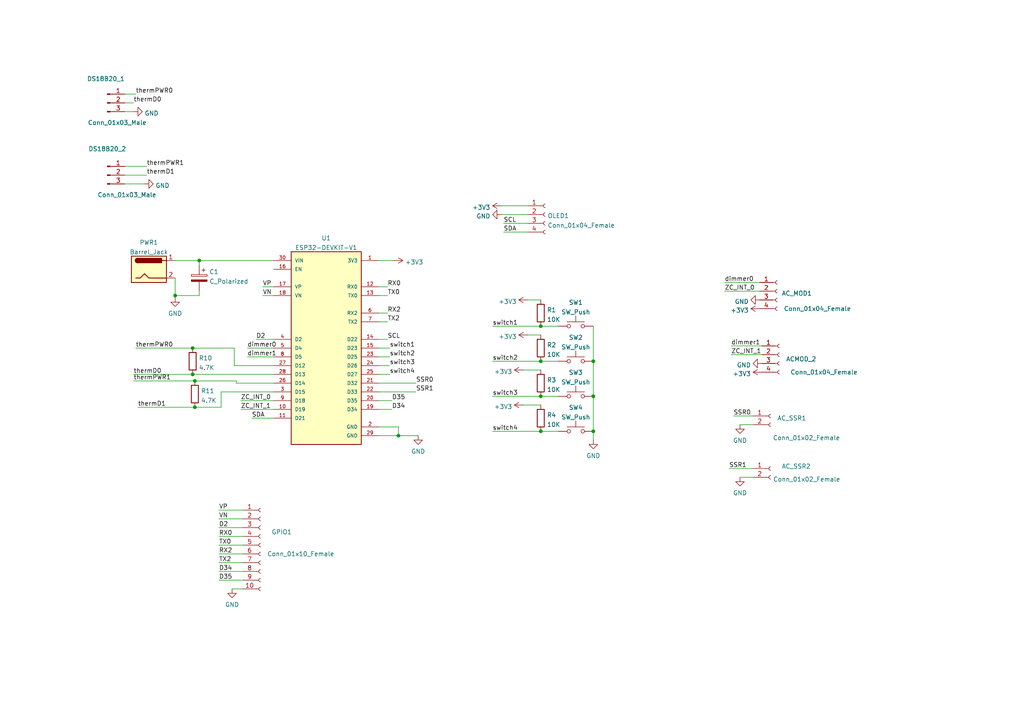
<source format=kicad_sch>
(kicad_sch (version 20211123) (generator eeschema)
  (paper "A4")
  (lib_symbols
    (symbol "Connector:Barrel_Jack" (pin_names (offset 1.016))
      (property "Reference" "J" (at 0 5.334 0))
      (property "Value" "Barrel_Jack" (at 0 -5.08 0))
      (symbol "Barrel_Jack_0_1"
        (rectangle (start -5.08 3.81) (end 5.08 -3.81) (stroke (width 0.254)) (fill (type background)))
        (arc (start -3.302 3.175) (mid -3.937 2.54) (end -3.302 1.905) (stroke (width 0.254)))
        (arc (start -3.302 3.175) (mid -3.937 2.54) (end -3.302 1.905) (stroke (width 0.254)) (fill (type outline)))
        (polyline (pts (xy 5.08 2.54) (xy 3.81 2.54)) (stroke (width 0.254)))
        (polyline (pts (xy -3.81 -2.54) (xy -2.54 -2.54) (xy -1.27 -1.27) (xy 0 -2.54) (xy 2.54 -2.54) (xy 5.08 -2.54)) (stroke (width 0.254)))
        (rectangle (start 3.683 3.175) (end -3.302 1.905) (stroke (width 0.254)) (fill (type outline)))
      )
      (symbol "Barrel_Jack_1_1"
        (pin passive line (at 7.62 2.54 180) (length 2.54) (name "~") (number "1"))
        (pin passive line (at 7.62 -2.54 180) (length 2.54) (name "~") (number "2"))
      )
    )
    (symbol "Connector:Conn_01x02_Female" (pin_names (offset 1.016) hide)
      (property "Reference" "J" (at 0 2.54 0))
      (property "Value" "Conn_01x02_Female" (at 0 -5.08 0))
      (symbol "Conn_01x02_Female_1_1"
        (arc (start 0 -2.032) (mid -0.508 -2.54) (end 0 -3.048) (stroke (width 0.1524)))
        (polyline (pts (xy -1.27 -2.54) (xy -0.508 -2.54)) (stroke (width 0.1524)))
        (polyline (pts (xy -1.27 0) (xy -0.508 0)) (stroke (width 0.1524)))
        (arc (start 0 0.508) (mid -0.508 0) (end 0 -0.508) (stroke (width 0.1524)))
        (pin passive line (at -5.08 0 0) (length 3.81) (name "Pin_1") (number "1"))
        (pin passive line (at -5.08 -2.54 0) (length 3.81) (name "Pin_2") (number "2"))
      )
    )
    (symbol "Connector:Conn_01x03_Male" (pin_names (offset 1.016) hide)
      (property "Reference" "J" (at 0 5.08 0))
      (property "Value" "Conn_01x03_Male" (at 0 -5.08 0))
      (symbol "Conn_01x03_Male_1_1"
        (polyline (pts (xy 1.27 -2.54) (xy 0.8636 -2.54)) (stroke (width 0.1524)))
        (polyline (pts (xy 1.27 0) (xy 0.8636 0)) (stroke (width 0.1524)))
        (polyline (pts (xy 1.27 2.54) (xy 0.8636 2.54)) (stroke (width 0.1524)))
        (rectangle (start 0.8636 -2.413) (end 0 -2.667) (stroke (width 0.1524)) (fill (type outline)))
        (rectangle (start 0.8636 0.127) (end 0 -0.127) (stroke (width 0.1524)) (fill (type outline)))
        (rectangle (start 0.8636 2.667) (end 0 2.413) (stroke (width 0.1524)) (fill (type outline)))
        (pin passive line (at 5.08 2.54 180) (length 3.81) (name "Pin_1") (number "1"))
        (pin passive line (at 5.08 0 180) (length 3.81) (name "Pin_2") (number "2"))
        (pin passive line (at 5.08 -2.54 180) (length 3.81) (name "Pin_3") (number "3"))
      )
    )
    (symbol "Connector:Conn_01x04_Female" (pin_names (offset 1.016) hide)
      (property "Reference" "J" (at 0 5.08 0))
      (property "Value" "Conn_01x04_Female" (at 0 -7.62 0))
      (symbol "Conn_01x04_Female_1_1"
        (arc (start 0 -4.572) (mid -0.508 -5.08) (end 0 -5.588) (stroke (width 0.1524)))
        (arc (start 0 -2.032) (mid -0.508 -2.54) (end 0 -3.048) (stroke (width 0.1524)))
        (polyline (pts (xy -1.27 -5.08) (xy -0.508 -5.08)) (stroke (width 0.1524)))
        (polyline (pts (xy -1.27 -2.54) (xy -0.508 -2.54)) (stroke (width 0.1524)))
        (polyline (pts (xy -1.27 0) (xy -0.508 0)) (stroke (width 0.1524)))
        (polyline (pts (xy -1.27 2.54) (xy -0.508 2.54)) (stroke (width 0.1524)))
        (arc (start 0 0.508) (mid -0.508 0) (end 0 -0.508) (stroke (width 0.1524)))
        (arc (start 0 3.048) (mid -0.508 2.54) (end 0 2.032) (stroke (width 0.1524)))
        (pin passive line (at -5.08 2.54 0) (length 3.81) (name "Pin_1") (number "1"))
        (pin passive line (at -5.08 0 0) (length 3.81) (name "Pin_2") (number "2"))
        (pin passive line (at -5.08 -2.54 0) (length 3.81) (name "Pin_3") (number "3"))
        (pin passive line (at -5.08 -5.08 0) (length 3.81) (name "Pin_4") (number "4"))
      )
    )
    (symbol "Connector:Conn_01x10_Female" (pin_names (offset 1.016) hide)
      (property "Reference" "J" (at 0 12.7 0))
      (property "Value" "Conn_01x10_Female" (at 0 -15.24 0))
      (symbol "Conn_01x10_Female_1_1"
        (arc (start 0 -12.192) (mid -0.508 -12.7) (end 0 -13.208) (stroke (width 0.1524)))
        (arc (start 0 -9.652) (mid -0.508 -10.16) (end 0 -10.668) (stroke (width 0.1524)))
        (arc (start 0 -7.112) (mid -0.508 -7.62) (end 0 -8.128) (stroke (width 0.1524)))
        (arc (start 0 -4.572) (mid -0.508 -5.08) (end 0 -5.588) (stroke (width 0.1524)))
        (arc (start 0 -2.032) (mid -0.508 -2.54) (end 0 -3.048) (stroke (width 0.1524)))
        (polyline (pts (xy -1.27 -12.7) (xy -0.508 -12.7)) (stroke (width 0.1524)))
        (polyline (pts (xy -1.27 -10.16) (xy -0.508 -10.16)) (stroke (width 0.1524)))
        (polyline (pts (xy -1.27 -7.62) (xy -0.508 -7.62)) (stroke (width 0.1524)))
        (polyline (pts (xy -1.27 -5.08) (xy -0.508 -5.08)) (stroke (width 0.1524)))
        (polyline (pts (xy -1.27 -2.54) (xy -0.508 -2.54)) (stroke (width 0.1524)))
        (polyline (pts (xy -1.27 0) (xy -0.508 0)) (stroke (width 0.1524)))
        (polyline (pts (xy -1.27 2.54) (xy -0.508 2.54)) (stroke (width 0.1524)))
        (polyline (pts (xy -1.27 5.08) (xy -0.508 5.08)) (stroke (width 0.1524)))
        (polyline (pts (xy -1.27 7.62) (xy -0.508 7.62)) (stroke (width 0.1524)))
        (polyline (pts (xy -1.27 10.16) (xy -0.508 10.16)) (stroke (width 0.1524)))
        (arc (start 0 0.508) (mid -0.508 0) (end 0 -0.508) (stroke (width 0.1524)))
        (arc (start 0 3.048) (mid -0.508 2.54) (end 0 2.032) (stroke (width 0.1524)))
        (arc (start 0 5.588) (mid -0.508 5.08) (end 0 4.572) (stroke (width 0.1524)))
        (arc (start 0 8.128) (mid -0.508 7.62) (end 0 7.112) (stroke (width 0.1524)))
        (arc (start 0 10.668) (mid -0.508 10.16) (end 0 9.652) (stroke (width 0.1524)))
        (pin passive line (at -5.08 10.16 0) (length 3.81) (name "Pin_1") (number "1"))
        (pin passive line (at -5.08 -12.7 0) (length 3.81) (name "Pin_10") (number "10"))
        (pin passive line (at -5.08 7.62 0) (length 3.81) (name "Pin_2") (number "2"))
        (pin passive line (at -5.08 5.08 0) (length 3.81) (name "Pin_3") (number "3"))
        (pin passive line (at -5.08 2.54 0) (length 3.81) (name "Pin_4") (number "4"))
        (pin passive line (at -5.08 0 0) (length 3.81) (name "Pin_5") (number "5"))
        (pin passive line (at -5.08 -2.54 0) (length 3.81) (name "Pin_6") (number "6"))
        (pin passive line (at -5.08 -5.08 0) (length 3.81) (name "Pin_7") (number "7"))
        (pin passive line (at -5.08 -7.62 0) (length 3.81) (name "Pin_8") (number "8"))
        (pin passive line (at -5.08 -10.16 0) (length 3.81) (name "Pin_9") (number "9"))
      )
    )
    (symbol "Device:C_Polarized" (pin_numbers hide) (pin_names (offset 0.254))
      (property "Reference" "C" (at 0.635 2.54 0))
      (property "Value" "C_Polarized" (at 0.635 -2.54 0))
      (symbol "C_Polarized_0_1"
        (rectangle (start -2.286 0.508) (end 2.286 1.016))
        (polyline (pts (xy -1.778 2.286) (xy -0.762 2.286)))
        (polyline (pts (xy -1.27 2.794) (xy -1.27 1.778)))
        (rectangle (start 2.286 -0.508) (end -2.286 -1.016) (fill (type outline)))
      )
      (symbol "C_Polarized_1_1"
        (pin passive line (at 0 3.81 270) (length 2.794) (name "~") (number "1"))
        (pin passive line (at 0 -3.81 90) (length 2.794) (name "~") (number "2"))
      )
    )
    (symbol "Device:R" (pin_numbers hide) (pin_names (offset 0))
      (property "Reference" "R" (at 2.032 0 90))
      (property "Value" "R" (at 0 0 90))
      (symbol "R_0_1"
        (rectangle (start -1.016 -2.54) (end 1.016 2.54) (stroke (width 0.254)))
      )
      (symbol "R_1_1"
        (pin passive line (at 0 3.81 270) (length 1.27) (name "~") (number "1"))
        (pin passive line (at 0 -3.81 90) (length 1.27) (name "~") (number "2"))
      )
    )
    (symbol "ESP32-DEVKIT-V1:ESP32-DEVKIT-V1" (pin_names (offset 1.016))
      (property "Reference" "U1" (at 0 31.9065 0))
      (property "Value" "ESP32-DEVKIT-V1" (at 0 29.1314 0))
      (symbol "ESP32-DEVKIT-V1_0_0"
        (rectangle (start -10.16 -27.94) (end 10.16 27.94) (stroke (width 0.254)) (fill (type background)))
        (pin output line (at 15.24 25.4 180) (length 5.08) (name "3V3") (number "1"))
        (pin bidirectional line (at -15.24 -17.78 0) (length 5.08) (name "D19") (number "10"))
        (pin bidirectional line (at -15.24 -20.32 0) (length 5.08) (name "D21") (number "11"))
        (pin input line (at 15.24 17.78 180) (length 5.08) (name "RX0") (number "12"))
        (pin output line (at 15.24 15.24 180) (length 5.08) (name "TX0") (number "13"))
        (pin bidirectional line (at 15.24 2.54 180) (length 5.08) (name "D22") (number "14"))
        (pin bidirectional line (at 15.24 0 180) (length 5.08) (name "D23") (number "15"))
        (pin input line (at -15.24 22.86 0) (length 5.08) (name "EN") (number "16"))
        (pin bidirectional line (at -15.24 17.78 0) (length 5.08) (name "VP") (number "17"))
        (pin bidirectional line (at -15.24 15.24 0) (length 5.08) (name "VN") (number "18"))
        (pin bidirectional line (at 15.24 -17.78 180) (length 5.08) (name "D34") (number "19"))
        (pin power_in line (at 15.24 -22.86 180) (length 5.08) (name "GND") (number "2"))
        (pin bidirectional line (at 15.24 -15.24 180) (length 5.08) (name "D35") (number "20"))
        (pin bidirectional line (at 15.24 -10.16 180) (length 5.08) (name "D32") (number "21"))
        (pin bidirectional line (at 15.24 -12.7 180) (length 5.08) (name "D33") (number "22"))
        (pin bidirectional line (at 15.24 -2.54 180) (length 5.08) (name "D25") (number "23"))
        (pin bidirectional line (at 15.24 -5.08 180) (length 5.08) (name "D26") (number "24"))
        (pin bidirectional line (at 15.24 -7.62 180) (length 5.08) (name "D27") (number "25"))
        (pin bidirectional line (at -15.24 -10.16 0) (length 5.08) (name "D14") (number "26"))
        (pin bidirectional line (at -15.24 -5.08 0) (length 5.08) (name "D12") (number "27"))
        (pin bidirectional line (at -15.24 -7.62 0) (length 5.08) (name "D13") (number "28"))
        (pin power_in line (at 15.24 -25.4 180) (length 5.08) (name "GND") (number "29"))
        (pin bidirectional line (at -15.24 -12.7 0) (length 5.08) (name "D15") (number "3"))
        (pin input line (at -15.24 25.4 0) (length 5.08) (name "VIN") (number "30"))
        (pin bidirectional line (at -15.24 2.54 0) (length 5.08) (name "D2") (number "4"))
        (pin bidirectional line (at -15.24 0 0) (length 5.08) (name "D4") (number "5"))
        (pin input line (at 15.24 10.16 180) (length 5.08) (name "RX2") (number "6"))
        (pin output line (at 15.24 7.62 180) (length 5.08) (name "TX2") (number "7"))
        (pin bidirectional line (at -15.24 -2.54 0) (length 5.08) (name "D5") (number "8"))
        (pin bidirectional line (at -15.24 -15.24 0) (length 5.08) (name "D18") (number "9"))
      )
    )
    (symbol "Switch:SW_Push" (pin_numbers hide) (pin_names (offset 1.016) hide)
      (property "Reference" "SW" (at 1.27 2.54 0))
      (property "Value" "SW_Push" (at 0 -1.524 0))
      (symbol "SW_Push_0_1"
        (circle (center -2.032 0) (radius 0.508))
        (polyline (pts (xy 0 1.27) (xy 0 3.048)))
        (polyline (pts (xy 2.54 1.27) (xy -2.54 1.27)))
        (circle (center 2.032 0) (radius 0.508))
        (pin passive line (at -5.08 0 0) (length 2.54) (name "1") (number "1"))
        (pin passive line (at 5.08 0 180) (length 2.54) (name "2") (number "2"))
      )
    )
    (symbol "power:+3V3" (power) (pin_names (offset 0))
      (property "Value" "+3V3" (at 0 3.556 0))
      (symbol "+3V3_0_1"
        (polyline (pts (xy -0.762 1.27) (xy 0 2.54)))
        (polyline (pts (xy 0 0) (xy 0 2.54)))
        (polyline (pts (xy 0 2.54) (xy 0.762 1.27)))
      )
      (symbol "+3V3_1_1"
        (pin power_in line (at 0 0 90) (length 0) hide (name "+3V3") (number "1"))
      )
    )
    (symbol "power:GND" (power) (pin_names (offset 0))
      (property "Value" "GND" (at 0 -3.81 0))
      (symbol "GND_0_1"
        (polyline (pts (xy 0 0) (xy 0 -1.27) (xy 1.27 -1.27) (xy 0 -2.54) (xy -1.27 -1.27) (xy 0 -1.27)))
      )
      (symbol "GND_1_1"
        (pin power_in line (at 0 0 270) (length 0) hide (name "GND") (number "1"))
      )
    )
  )
  (junction (at 55.88 108.585))
  (junction (at 172.085 114.935))
  (junction (at 50.8 85.725))
  (junction (at 115.57 126.365))
  (junction (at 156.845 104.775))
  (junction (at 55.88 100.965))
  (junction (at 56.515 110.49))
  (junction (at 172.085 125.095))
  (junction (at 156.845 114.935))
  (junction (at 156.845 125.095))
  (junction (at 172.085 104.775))
  (junction (at 56.515 118.11))
  (junction (at 57.785 75.565))
  (junction (at 156.845 94.615))
  (wire (pts (xy 113.03 108.585) (xy 109.855 108.585)))
  (wire (pts (xy 55.88 108.585) (xy 79.375 108.585)))
  (wire (pts (xy 63.5 150.495) (xy 70.485 150.495)))
  (wire (pts (xy 113.03 106.045) (xy 109.855 106.045)))
  (wire (pts (xy 145.415 62.23) (xy 153.035 62.23)))
  (wire (pts (xy 172.085 94.615) (xy 172.085 104.775)))
  (wire (pts (xy 69.85 118.745) (xy 79.375 118.745)))
  (wire (pts (xy 76.2 83.185) (xy 79.375 83.185)))
  (wire (pts (xy 121.285 126.365) (xy 115.57 126.365)))
  (wire (pts (xy 120.65 111.125) (xy 109.855 111.125)))
  (wire (pts (xy 57.785 85.725) (xy 50.8 85.725)))
  (wire (pts (xy 50.8 85.725) (xy 50.8 80.645)))
  (wire (pts (xy 67.31 170.815) (xy 70.485 170.815)))
  (wire (pts (xy 112.395 90.805) (xy 109.855 90.805)))
  (wire (pts (xy 38.735 29.845) (xy 36.195 29.845)))
  (wire (pts (xy 55.88 100.965) (xy 67.945 100.965)))
  (wire (pts (xy 39.37 27.305) (xy 36.195 27.305)))
  (wire (pts (xy 42.545 48.26) (xy 36.195 48.26)))
  (wire (pts (xy 156.845 104.775) (xy 161.925 104.775)))
  (wire (pts (xy 113.665 116.205) (xy 109.855 116.205)))
  (wire (pts (xy 113.03 100.965) (xy 109.855 100.965)))
  (wire (pts (xy 63.5 168.275) (xy 70.485 168.275)))
  (wire (pts (xy 41.91 53.34) (xy 36.195 53.34)))
  (wire (pts (xy 214.63 123.19) (xy 218.44 123.19)))
  (wire (pts (xy 112.395 83.185) (xy 109.855 83.185)))
  (wire (pts (xy 63.5 160.655) (xy 70.485 160.655)))
  (wire (pts (xy 56.515 110.49) (xy 68.58 110.49)))
  (wire (pts (xy 156.845 114.935) (xy 161.925 114.935)))
  (wire (pts (xy 57.785 75.565) (xy 79.375 75.565)))
  (wire (pts (xy 115.57 126.365) (xy 109.855 126.365)))
  (wire (pts (xy 40.005 118.11) (xy 56.515 118.11)))
  (wire (pts (xy 146.05 64.77) (xy 153.035 64.77)))
  (wire (pts (xy 115.57 123.825) (xy 115.57 126.365)))
  (wire (pts (xy 64.135 113.665) (xy 64.135 118.11)))
  (wire (pts (xy 63.5 163.195) (xy 70.485 163.195)))
  (wire (pts (xy 50.8 75.565) (xy 57.785 75.565)))
  (wire (pts (xy 69.85 116.205) (xy 79.375 116.205)))
  (wire (pts (xy 156.845 114.935) (xy 142.875 114.935)))
  (wire (pts (xy 156.845 94.615) (xy 161.925 94.615)))
  (wire (pts (xy 63.5 155.575) (xy 70.485 155.575)))
  (wire (pts (xy 153.035 97.155) (xy 156.845 97.155)))
  (wire (pts (xy 38.735 110.49) (xy 56.515 110.49)))
  (wire (pts (xy 63.5 153.035) (xy 70.485 153.035)))
  (wire (pts (xy 63.5 147.955) (xy 70.485 147.955)))
  (wire (pts (xy 212.09 102.87) (xy 220.98 102.87)))
  (wire (pts (xy 79.375 106.045) (xy 67.945 106.045)))
  (wire (pts (xy 172.085 104.775) (xy 172.085 114.935)))
  (wire (pts (xy 172.085 114.935) (xy 172.085 125.095)))
  (wire (pts (xy 109.855 123.825) (xy 115.57 123.825)))
  (wire (pts (xy 68.58 111.125) (xy 68.58 110.49)))
  (wire (pts (xy 50.8 86.36) (xy 50.8 85.725)))
  (wire (pts (xy 156.845 125.095) (xy 161.925 125.095)))
  (wire (pts (xy 153.035 86.995) (xy 156.845 86.995)))
  (wire (pts (xy 114.3 75.565) (xy 109.855 75.565)))
  (wire (pts (xy 38.735 32.385) (xy 36.195 32.385)))
  (wire (pts (xy 42.545 50.8) (xy 36.195 50.8)))
  (wire (pts (xy 74.295 98.425) (xy 79.375 98.425)))
  (wire (pts (xy 146.05 67.31) (xy 153.035 67.31)))
  (wire (pts (xy 112.395 85.725) (xy 109.855 85.725)))
  (wire (pts (xy 142.875 125.095) (xy 156.845 125.095)))
  (wire (pts (xy 63.5 158.115) (xy 70.485 158.115)))
  (wire (pts (xy 156.845 104.775) (xy 142.875 104.775)))
  (wire (pts (xy 113.03 103.505) (xy 109.855 103.505)))
  (wire (pts (xy 73.025 121.285) (xy 79.375 121.285)))
  (wire (pts (xy 212.09 100.33) (xy 220.98 100.33)))
  (wire (pts (xy 67.945 106.045) (xy 67.945 100.965)))
  (wire (pts (xy 38.735 108.585) (xy 55.88 108.585)))
  (wire (pts (xy 57.785 75.565) (xy 57.785 76.835)))
  (wire (pts (xy 79.375 111.125) (xy 68.58 111.125)))
  (wire (pts (xy 76.2 85.725) (xy 79.375 85.725)))
  (wire (pts (xy 214.63 138.43) (xy 218.44 138.43)))
  (wire (pts (xy 145.415 59.69) (xy 153.035 59.69)))
  (wire (pts (xy 212.725 120.65) (xy 218.44 120.65)))
  (wire (pts (xy 79.375 113.665) (xy 64.135 113.665)))
  (wire (pts (xy 113.665 118.745) (xy 109.855 118.745)))
  (wire (pts (xy 120.65 113.665) (xy 109.855 113.665)))
  (wire (pts (xy 109.855 98.425) (xy 112.395 98.425)))
  (wire (pts (xy 71.755 103.505) (xy 79.375 103.505)))
  (wire (pts (xy 63.5 165.735) (xy 70.485 165.735)))
  (wire (pts (xy 210.185 84.455) (xy 220.345 84.455)))
  (wire (pts (xy 57.785 84.455) (xy 57.785 85.725)))
  (wire (pts (xy 151.765 117.475) (xy 156.845 117.475)))
  (wire (pts (xy 156.845 94.615) (xy 142.875 94.615)))
  (wire (pts (xy 211.455 135.89) (xy 218.44 135.89)))
  (wire (pts (xy 39.37 100.965) (xy 55.88 100.965)))
  (wire (pts (xy 112.395 93.345) (xy 109.855 93.345)))
  (wire (pts (xy 56.515 118.11) (xy 64.135 118.11)))
  (wire (pts (xy 172.085 125.095) (xy 172.085 127.635)))
  (wire (pts (xy 71.755 100.965) (xy 79.375 100.965)))
  (wire (pts (xy 151.765 107.315) (xy 156.845 107.315)))
  (wire (pts (xy 210.185 81.915) (xy 220.345 81.915)))
  (label "SCL" (at 112.395 98.425 0))
  (label "RX0" (at 63.5 155.575 0))
  (label "TX2" (at 63.5 163.195 0))
  (label "VP" (at 76.2 83.185 0))
  (label "switch4" (at 142.875 125.095 0))
  (label "thermD1" (at 42.545 50.8 0))
  (label "D2" (at 74.295 98.425 0))
  (label "switch4" (at 113.03 108.585 0))
  (label "ZC_INT_1" (at 212.09 102.87 0))
  (label "switch2" (at 142.875 104.775 0))
  (label "SSR0" (at 120.65 111.125 0))
  (label "thermD1" (at 40.005 118.11 0))
  (label "switch3" (at 142.875 114.935 0))
  (label "thermD0" (at 38.735 108.585 0))
  (label "thermPWR0" (at 39.37 27.305 0))
  (label "ZC_INT_0" (at 69.85 116.205 0))
  (label "switch3" (at 113.03 106.045 0))
  (label "SCL" (at 146.05 64.77 0))
  (label "TX0" (at 63.5 158.115 0))
  (label "VN" (at 76.2 85.725 0))
  (label "thermPWR0" (at 39.37 100.965 0))
  (label "D35" (at 63.5 168.275 0))
  (label "TX2" (at 112.395 93.345 0))
  (label "TX0" (at 112.395 85.725 0))
  (label "ZC_INT_0" (at 210.185 84.455 0))
  (label "switch1" (at 142.875 94.615 0))
  (label "D35" (at 113.665 116.205 0))
  (label "switch1" (at 113.03 100.965 0))
  (label "thermD0" (at 38.735 29.845 0))
  (label "dimmer1" (at 212.09 100.33 0))
  (label "SDA" (at 146.05 67.31 0))
  (label "SSR1" (at 120.65 113.665 0))
  (label "dimmer1" (at 71.755 103.505 0))
  (label "VP" (at 63.5 147.955 0))
  (label "thermPWR1" (at 42.545 48.26 0))
  (label "thermPWR1" (at 38.735 110.49 0))
  (label "VN" (at 63.5 150.495 0))
  (label "D2" (at 63.5 153.035 0))
  (label "D34" (at 63.5 165.735 0))
  (label "RX2" (at 112.395 90.805 0))
  (label "RX0" (at 112.395 83.185 0))
  (label "dimmer0" (at 210.185 81.915 0))
  (label "D34" (at 113.665 118.745 0))
  (label "ZC_INT_1" (at 69.85 118.745 0))
  (label "switch2" (at 113.03 103.505 0))
  (label "SDA" (at 73.025 121.285 0))
  (label "dimmer0" (at 71.755 100.965 0))
  (label "SSR1" (at 211.455 135.89 0))
  (label "SSR0" (at 212.725 120.65 0))
  (label "RX2" (at 63.5 160.655 0))
  (symbol (lib_id "Connector:Conn_01x02_Female") (at 223.52 135.89 0) (unit 1)
    (property "Reference" "AC_SSR2" (at 226.695 135.255 0) (effects (justify left)))
    (property "Value" "Conn_01x02_Female" (at 224.2312 139.0266 0) (effects (justify left)))
    (property "Footprint" "Connector_PinSocket_2.54mm:PinSocket_1x02_P2.54mm_Vertical" (effects hide))
  )
  (symbol (lib_id "power:GND") (at 220.98 105.41 270) (unit 1)
    (property "Reference" "#PWR0114" (effects hide))
    (property "Value" "GND" (at 217.8051 105.889 90) (effects (justify right)))
  )
  (symbol (lib_id "power:GND") (at 41.91 53.34 90) (unit 1)
    (property "Reference" "#PWR0101" (effects hide))
    (property "Value" "GND" (at 45.085 53.819 90) (effects (justify right)))
  )
  (symbol (lib_id "Device:R") (at 56.515 114.3 0) (unit 1)
    (property "Reference" "R11" (at 58.293 113.3915 0) (effects (justify left)))
    (property "Value" "4.7K" (at 58.293 116.1666 0) (effects (justify left)))
    (property "Footprint" "Resistor_SMD:R_0603_1608Metric_Pad0.98x0.95mm_HandSolder" (effects hide))
  )
  (symbol (lib_id "power:+3V3") (at 145.415 59.69 90) (unit 1)
    (property "Reference" "#PWR0108" (effects hide))
    (property "Value" "+3V3" (at 142.24 60.169 90) (effects (justify left)))
  )
  (symbol (lib_id "power:GND") (at 214.63 138.43 0) (unit 1)
    (property "Reference" "#PWR0118" (effects hide))
    (property "Value" "GND" (at 214.63 142.9925 0))
  )
  (symbol (lib_id "Device:R") (at 156.845 90.805 0) (unit 1)
    (property "Reference" "R1" (at 158.623 89.8965 0) (effects (justify left)))
    (property "Value" "10K" (at 158.623 92.6716 0) (effects (justify left)))
    (property "Footprint" "Resistor_SMD:R_0603_1608Metric_Pad0.98x0.95mm_HandSolder" (effects hide))
  )
  (symbol (lib_id "Device:R") (at 156.845 121.285 0) (unit 1)
    (property "Reference" "R4" (at 158.623 120.3765 0) (effects (justify left)))
    (property "Value" "10K" (at 158.623 123.1516 0) (effects (justify left)))
    (property "Footprint" "Resistor_SMD:R_0603_1608Metric_Pad0.98x0.95mm_HandSolder" (effects hide))
  )
  (symbol (lib_id "power:GND") (at 214.63 123.19 0) (unit 1)
    (property "Reference" "#PWR0117" (effects hide))
    (property "Value" "GND" (at 214.63 127.7525 0))
  )
  (symbol (lib_id "power:GND") (at 172.085 127.635 0) (unit 1)
    (property "Reference" "#PWR0103" (effects hide))
    (property "Value" "GND" (at 172.085 132.1975 0))
  )
  (symbol (lib_id "power:GND") (at 50.8 86.36 0) (unit 1)
    (property "Reference" "#PWR0116" (effects hide))
    (property "Value" "GND" (at 50.8 90.9225 0))
  )
  (symbol (lib_id "Connector:Conn_01x02_Female") (at 223.52 120.65 0) (unit 1)
    (property "Reference" "AC_SSR1" (at 225.425 121.285 0) (effects (justify left)))
    (property "Value" "Conn_01x02_Female" (at 224.155 127 0) (effects (justify left)))
    (property "Footprint" "Connector_PinSocket_2.54mm:PinSocket_1x02_P2.54mm_Vertical" (effects hide))
  )
  (symbol (lib_id "Switch:SW_Push") (at 167.005 125.095 0) (unit 1)
    (property "Reference" "SW4" (at 167.005 118.2075 0))
    (property "Value" "SW_Push" (at 167.005 120.9826 0))
    (property "Footprint" "Button_Switch_SMD:SW_SPST_EVQP2" (effects hide))
  )
  (symbol (lib_id "Switch:SW_Push") (at 167.005 114.935 0) (unit 1)
    (property "Reference" "SW3" (at 167.005 108.0475 0))
    (property "Value" "SW_Push" (at 167.005 110.8226 0))
    (property "Footprint" "Button_Switch_SMD:SW_SPST_EVQP2" (effects hide))
  )
  (symbol (lib_id "power:+3V3") (at 220.98 107.95 90) (unit 1)
    (property "Reference" "#PWR0115" (effects hide))
    (property "Value" "+3V3" (at 217.805 108.429 90) (effects (justify left)))
  )
  (symbol (lib_id "power:GND") (at 38.735 32.385 90) (unit 1)
    (property "Reference" "#PWR0102" (effects hide))
    (property "Value" "GND" (at 41.91 32.864 90) (effects (justify right)))
  )
  (symbol (lib_id "Connector:Conn_01x04_Female") (at 225.425 84.455 0) (unit 1)
    (property "Reference" "AC_MOD1" (at 226.695 85.09 0) (effects (justify left)))
    (property "Value" "Conn_01x04_Female" (at 227.33 89.535 0) (effects (justify left)))
    (property "Footprint" "Connector_PinSocket_2.54mm:PinSocket_1x04_P2.54mm_Vertical" (effects hide))
  )
  (symbol (lib_id "power:+3V3") (at 151.765 107.315 90) (unit 1)
    (property "Reference" "#PWR0105" (effects hide))
    (property "Value" "+3V3" (at 148.59 107.794 90) (effects (justify left)))
  )
  (symbol (lib_id "power:+3V3") (at 153.035 97.155 90) (unit 1)
    (property "Reference" "#PWR0104" (effects hide))
    (property "Value" "+3V3" (at 149.86 97.634 90) (effects (justify left)))
  )
  (symbol (lib_id "Device:R") (at 156.845 111.125 0) (unit 1)
    (property "Reference" "R3" (at 158.623 110.2165 0) (effects (justify left)))
    (property "Value" "10K" (at 158.623 112.9916 0) (effects (justify left)))
    (property "Footprint" "Resistor_SMD:R_0603_1608Metric_Pad0.98x0.95mm_HandSolder" (effects hide))
  )
  (symbol (lib_id "power:+3V3") (at 151.765 117.475 90) (unit 1)
    (property "Reference" "#PWR0106" (effects hide))
    (property "Value" "+3V3" (at 148.59 117.954 90) (effects (justify left)))
  )
  (symbol (lib_id "ESP32-DEVKIT-V1:ESP32-DEVKIT-V1") (at 94.615 100.965 0) (unit 1)
    (property "Reference" "U1" (at 94.615 69.0585 0))
    (property "Value" "ESP32-DEVKIT-V1" (at 94.615 71.8336 0))
    (property "Footprint" "KICAD_FOOTPRINTS_LOCAL:MODULE_ESP32_DEVKIT_V1" (effects hide))
    (property "STANDARD" "Manufacturer Recommendations" (effects hide))
    (property "PARTREV" "N/A" (effects hide))
    (property "MANUFACTURER" "DOIT" (effects hide))
    (property "MAXIMUM_PACKAGE_HEIGHT" "6.8 mm" (effects hide))
  )
  (symbol (lib_id "Connector:Barrel_Jack") (at 43.18 78.105 0) (unit 1)
    (property "Reference" "PWR1" (at 43.18 70.3285 0))
    (property "Value" "Barrel_Jack" (at 43.18 73.1036 0))
    (property "Footprint" "Connector_BarrelJack:BarrelJack_GCT_DCJ200-10-A_Horizontal" (effects hide))
  )
  (symbol (lib_id "power:GND") (at 145.415 62.23 270) (unit 1)
    (property "Reference" "#PWR0109" (effects hide))
    (property "Value" "GND" (at 142.2401 62.709 90) (effects (justify right)))
  )
  (symbol (lib_id "power:GND") (at 67.31 170.815 0) (unit 1)
    (property "Reference" "#PWR0119" (effects hide))
    (property "Value" "GND" (at 67.31 175.3775 0))
  )
  (symbol (lib_id "Connector:Conn_01x10_Female") (at 75.565 158.115 0) (unit 1)
    (property "Reference" "GPIO1" (at 78.74 154.305 0) (effects (justify left)))
    (property "Value" "Conn_01x10_Female" (at 77.47 160.655 0) (effects (justify left)))
    (property "Footprint" "Connector_PinSocket_2.54mm:PinSocket_1x10_P2.54mm_Vertical" (effects hide))
  )
  (symbol (lib_id "Device:R") (at 156.845 100.965 0) (unit 1)
    (property "Reference" "R2" (at 158.623 100.0565 0) (effects (justify left)))
    (property "Value" "10K" (at 158.623 102.8316 0) (effects (justify left)))
    (property "Footprint" "Resistor_SMD:R_0603_1608Metric_Pad0.98x0.95mm_HandSolder" (effects hide))
  )
  (symbol (lib_id "Connector:Conn_01x04_Female") (at 226.06 102.87 0) (unit 1)
    (property "Reference" "ACMOD_2" (at 227.965 104.14 0) (effects (justify left)))
    (property "Value" "Conn_01x04_Female" (at 229.235 107.95 0) (effects (justify left)))
    (property "Footprint" "Connector_PinSocket_2.54mm:PinSocket_1x04_P2.54mm_Vertical" (effects hide))
  )
  (symbol (lib_id "power:+3V3") (at 220.345 89.535 90) (unit 1)
    (property "Reference" "#PWR0112" (effects hide))
    (property "Value" "+3V3" (at 217.17 90.014 90) (effects (justify left)))
  )
  (symbol (lib_id "Connector:Conn_01x04_Female") (at 158.115 62.23 0) (unit 1)
    (property "Reference" "OLED1" (at 158.8262 62.5915 0) (effects (justify left)))
    (property "Value" "Conn_01x04_Female" (at 158.8262 65.3666 0) (effects (justify left)))
    (property "Footprint" "Connector_PinHeader_2.54mm:PinHeader_1x04_P2.54mm_Vertical" (effects hide))
  )
  (symbol (lib_id "power:GND") (at 220.345 86.995 270) (unit 1)
    (property "Reference" "#PWR0113" (effects hide))
    (property "Value" "GND" (at 217.1701 87.474 90) (effects (justify right)))
  )
  (symbol (lib_id "Connector:Conn_01x03_Male") (at 31.115 29.845 0) (unit 1)
    (property "Reference" "DS18B20_1" (at 36.195 22.86 0) (effects (justify right)))
    (property "Value" "Conn_01x03_Male" (at 42.545 35.56 0) (effects (justify right)))
    (property "Footprint" "Connector_PinHeader_2.54mm:PinHeader_1x03_P2.54mm_Vertical" (effects hide))
  )
  (symbol (lib_id "Switch:SW_Push") (at 167.005 104.775 0) (unit 1)
    (property "Reference" "SW2" (at 167.005 97.8875 0))
    (property "Value" "SW_Push" (at 167.005 100.6626 0))
    (property "Footprint" "Button_Switch_SMD:SW_SPST_EVQP2" (effects hide))
  )
  (symbol (lib_id "Device:R") (at 55.88 104.775 0) (unit 1)
    (property "Reference" "R10" (at 57.658 103.8665 0) (effects (justify left)))
    (property "Value" "4.7K" (at 57.658 106.6416 0) (effects (justify left)))
    (property "Footprint" "Resistor_SMD:R_0603_1608Metric_Pad0.98x0.95mm_HandSolder" (effects hide))
  )
  (symbol (lib_id "power:+3V3") (at 114.3 75.565 270) (unit 1)
    (property "Reference" "#PWR0111" (effects hide))
    (property "Value" "+3V3" (at 117.475 76.044 90) (effects (justify left)))
  )
  (symbol (lib_id "Device:C_Polarized") (at 57.785 80.645 0) (mirror y) (unit 1)
    (property "Reference" "C1" (at 60.706 78.8475 0) (effects (justify right)))
    (property "Value" "C_Polarized" (at 60.706 81.6226 0) (effects (justify right)))
    (property "Footprint" "Capacitor_SMD:CP_Elec_8x5.4" (effects hide))
  )
  (symbol (lib_id "Connector:Conn_01x03_Male") (at 31.115 50.8 0) (unit 1)
    (property "Reference" "DS18B20_2" (at 31.115 43.18 0))
    (property "Value" "Conn_01x03_Male" (at 36.83 56.515 0))
    (property "Footprint" "Connector_PinHeader_2.54mm:PinHeader_1x03_P2.54mm_Vertical" (effects hide))
  )
  (symbol (lib_id "power:GND") (at 121.285 126.365 0) (unit 1)
    (property "Reference" "#PWR0110" (effects hide))
    (property "Value" "GND" (at 121.285 130.9275 0))
  )
  (symbol (lib_id "Switch:SW_Push") (at 167.005 94.615 0) (unit 1)
    (property "Reference" "SW1" (at 167.005 87.7275 0))
    (property "Value" "SW_Push" (at 167.005 90.5026 0))
    (property "Footprint" "Button_Switch_SMD:SW_SPST_EVQP2" (effects hide))
  )
  (symbol (lib_id "power:+3V3") (at 153.035 86.995 90) (unit 1)
    (property "Reference" "#PWR0107" (effects hide))
    (property "Value" "+3V3" (at 149.86 87.474 90) (effects (justify left)))
  )
)
</source>
